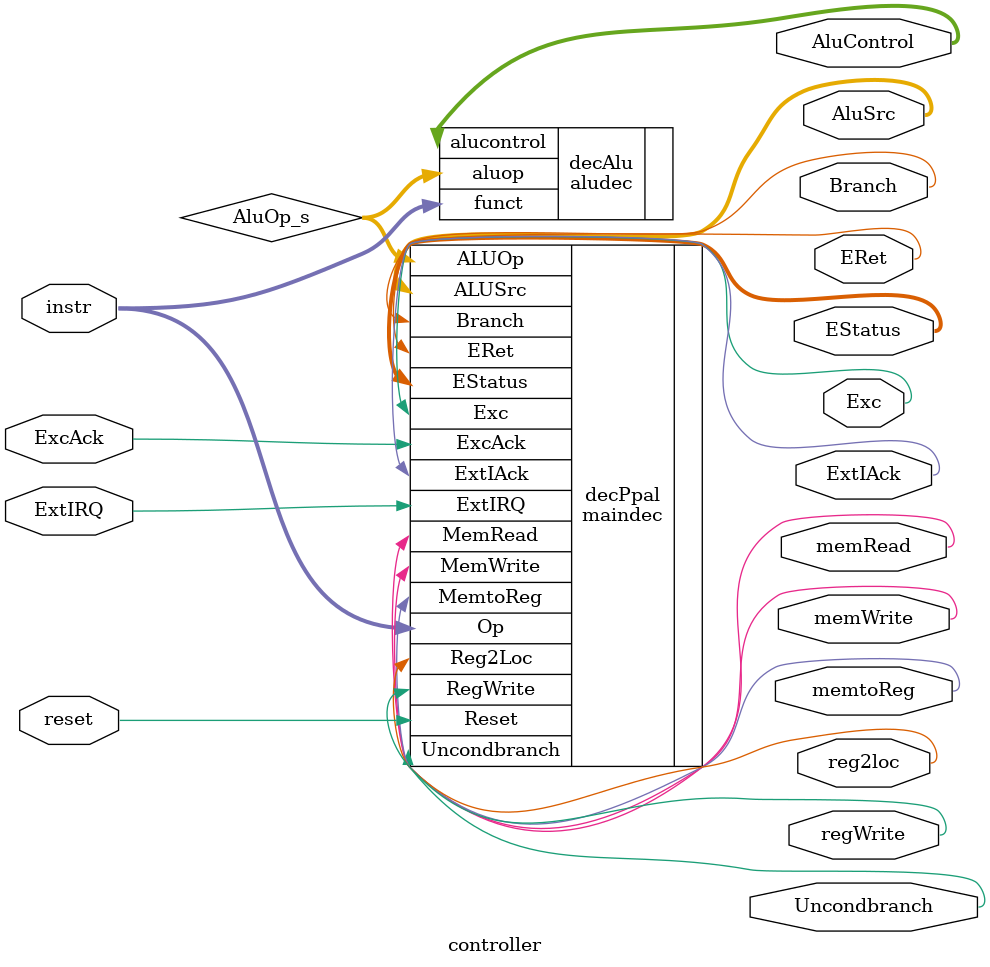
<source format=sv>

module controller(input logic [10:0] instr,
						input logic ExtIRQ,reset,ExcAck,
						output logic [3:0] AluControl,
						output logic reg2loc, regWrite,
						output logic [1:0] AluSrc,
						output logic Branch, memtoReg, memRead, memWrite,
						output logic ERet,Exc,ExtIAck,Uncondbranch, //--------------
						output logic [3:0] EStatus
						);
											
	logic [1:0] AluOp_s;
											
	maindec 	decPpal 	(.Op(instr), 
							.ExtIRQ(ExtIRQ),
							.Reset(reset),
							.ExcAck(ExcAck),
							.Reg2Loc(reg2loc), 
							.ALUSrc(AluSrc), 
							.MemtoReg(memtoReg), 
							.RegWrite(regWrite), 
							.MemRead(memRead), 
							.MemWrite(memWrite), 
							.Branch(Branch), 
							.ALUOp(AluOp_s),
							.ERet(ERet),
							.EStatus(EStatus),
							.Exc(Exc),
							.ExtIAck(ExtIAck),
							.Uncondbranch (Uncondbranch) //--------------
							);	

								
	aludec 	decAlu 	(.funct(instr), 
							.aluop(AluOp_s), 
							.alucontrol(AluControl));
			
endmodule

</source>
